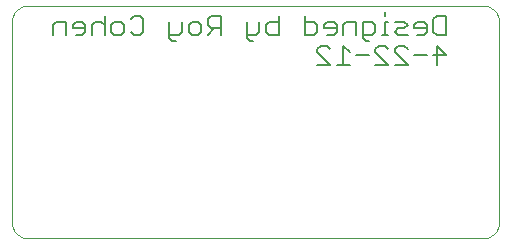
<source format=gbo>
G75*
G70*
%OFA0B0*%
%FSLAX24Y24*%
%IPPOS*%
%LPD*%
%AMOC8*
5,1,8,0,0,1.08239X$1,22.5*
%
%ADD10C,0.0000*%
%ADD11C,0.0060*%
D10*
X000850Y000550D02*
X016070Y000550D01*
X016114Y000552D01*
X016157Y000558D01*
X016199Y000567D01*
X016241Y000580D01*
X016281Y000597D01*
X016320Y000617D01*
X016357Y000640D01*
X016391Y000667D01*
X016424Y000696D01*
X016453Y000729D01*
X016480Y000763D01*
X016503Y000800D01*
X016523Y000839D01*
X016540Y000879D01*
X016553Y000921D01*
X016562Y000963D01*
X016568Y001006D01*
X016570Y001050D01*
X016570Y007796D01*
X016568Y007840D01*
X016562Y007883D01*
X016553Y007925D01*
X016540Y007967D01*
X016523Y008007D01*
X016503Y008046D01*
X016480Y008083D01*
X016453Y008117D01*
X016424Y008150D01*
X016391Y008179D01*
X016357Y008206D01*
X016320Y008229D01*
X016281Y008249D01*
X016241Y008266D01*
X016199Y008279D01*
X016157Y008288D01*
X016114Y008294D01*
X016070Y008296D01*
X000850Y008296D01*
X000806Y008294D01*
X000763Y008288D01*
X000721Y008279D01*
X000679Y008266D01*
X000639Y008249D01*
X000600Y008229D01*
X000563Y008206D01*
X000529Y008179D01*
X000496Y008150D01*
X000467Y008117D01*
X000440Y008083D01*
X000417Y008046D01*
X000397Y008007D01*
X000380Y007967D01*
X000367Y007925D01*
X000358Y007883D01*
X000352Y007840D01*
X000350Y007796D01*
X000350Y001050D01*
X000352Y001006D01*
X000358Y000963D01*
X000367Y000921D01*
X000380Y000879D01*
X000397Y000839D01*
X000417Y000800D01*
X000440Y000763D01*
X000467Y000729D01*
X000496Y000696D01*
X000529Y000667D01*
X000563Y000640D01*
X000600Y000617D01*
X000639Y000597D01*
X000679Y000580D01*
X000721Y000567D01*
X000763Y000558D01*
X000806Y000552D01*
X000850Y000550D01*
D11*
X010526Y006330D02*
X010953Y006330D01*
X010526Y006757D01*
X010526Y006864D01*
X010632Y006971D01*
X010846Y006971D01*
X010953Y006864D01*
X011384Y006971D02*
X011384Y006330D01*
X011597Y006330D02*
X011170Y006330D01*
X011815Y006650D02*
X012242Y006650D01*
X012459Y006757D02*
X012459Y006864D01*
X012566Y006971D01*
X012780Y006971D01*
X012886Y006864D01*
X013104Y006864D02*
X013104Y006757D01*
X013531Y006330D01*
X013104Y006330D01*
X012886Y006330D02*
X012459Y006757D01*
X013104Y006864D02*
X013211Y006971D01*
X013424Y006971D01*
X013531Y006864D01*
X013748Y006650D02*
X014175Y006650D01*
X014393Y006650D02*
X014820Y006650D01*
X014500Y006971D01*
X014500Y006330D01*
X012886Y006330D02*
X012459Y006330D01*
X011597Y006757D02*
X011384Y006971D01*
X012030Y007223D02*
X012030Y007757D01*
X012350Y007757D01*
X012457Y007650D01*
X012457Y007437D01*
X012350Y007330D01*
X012030Y007330D01*
X011812Y007330D02*
X011812Y007757D01*
X011492Y007757D01*
X011385Y007650D01*
X011385Y007330D01*
X011168Y007437D02*
X011168Y007650D01*
X011061Y007757D01*
X010847Y007757D01*
X010741Y007650D01*
X010741Y007544D01*
X011168Y007544D01*
X011168Y007437D02*
X011061Y007330D01*
X010847Y007330D01*
X010523Y007437D02*
X010416Y007330D01*
X010096Y007330D01*
X010096Y007971D01*
X010096Y007757D02*
X010416Y007757D01*
X010523Y007650D01*
X010523Y007437D01*
X009234Y007330D02*
X009234Y007971D01*
X009234Y007757D02*
X008914Y007757D01*
X008807Y007650D01*
X008807Y007437D01*
X008914Y007330D01*
X009234Y007330D01*
X008589Y007437D02*
X008483Y007330D01*
X008162Y007330D01*
X008162Y007223D02*
X008269Y007116D01*
X008376Y007116D01*
X008162Y007223D02*
X008162Y007757D01*
X008589Y007757D02*
X008589Y007437D01*
X007300Y007544D02*
X006980Y007544D01*
X006873Y007650D01*
X006873Y007864D01*
X006980Y007971D01*
X007300Y007971D01*
X007300Y007330D01*
X007087Y007544D02*
X006873Y007330D01*
X006656Y007437D02*
X006549Y007330D01*
X006335Y007330D01*
X006229Y007437D01*
X006229Y007650D01*
X006335Y007757D01*
X006549Y007757D01*
X006656Y007650D01*
X006656Y007437D01*
X006011Y007437D02*
X005904Y007330D01*
X005584Y007330D01*
X005584Y007223D02*
X005691Y007116D01*
X005798Y007116D01*
X005584Y007223D02*
X005584Y007757D01*
X006011Y007757D02*
X006011Y007437D01*
X004722Y007437D02*
X004615Y007330D01*
X004402Y007330D01*
X004295Y007437D01*
X004078Y007437D02*
X003971Y007330D01*
X003757Y007330D01*
X003650Y007437D01*
X003650Y007650D01*
X003757Y007757D01*
X003971Y007757D01*
X004078Y007650D01*
X004078Y007437D01*
X004722Y007437D02*
X004722Y007864D01*
X004615Y007971D01*
X004402Y007971D01*
X004295Y007864D01*
X003433Y007971D02*
X003433Y007330D01*
X003006Y007330D02*
X003006Y007650D01*
X003113Y007757D01*
X003326Y007757D01*
X003433Y007650D01*
X002788Y007650D02*
X002788Y007437D01*
X002682Y007330D01*
X002468Y007330D01*
X002144Y007330D02*
X002144Y007757D01*
X001824Y007757D01*
X001717Y007650D01*
X001717Y007330D01*
X002361Y007544D02*
X002361Y007650D01*
X002468Y007757D01*
X002682Y007757D01*
X002788Y007650D01*
X002788Y007544D02*
X002361Y007544D01*
X012030Y007223D02*
X012136Y007116D01*
X012243Y007116D01*
X012673Y007330D02*
X012886Y007330D01*
X012780Y007330D02*
X012780Y007757D01*
X012886Y007757D01*
X013104Y007757D02*
X013424Y007757D01*
X013531Y007650D01*
X013424Y007544D01*
X013211Y007544D01*
X013104Y007437D01*
X013211Y007330D01*
X013531Y007330D01*
X013748Y007544D02*
X014175Y007544D01*
X014175Y007650D02*
X014175Y007437D01*
X014069Y007330D01*
X013855Y007330D01*
X013748Y007544D02*
X013748Y007650D01*
X013855Y007757D01*
X014069Y007757D01*
X014175Y007650D01*
X014393Y007437D02*
X014393Y007864D01*
X014500Y007971D01*
X014820Y007971D01*
X014820Y007330D01*
X014500Y007330D01*
X014393Y007437D01*
X012780Y007971D02*
X012780Y008077D01*
M02*

</source>
